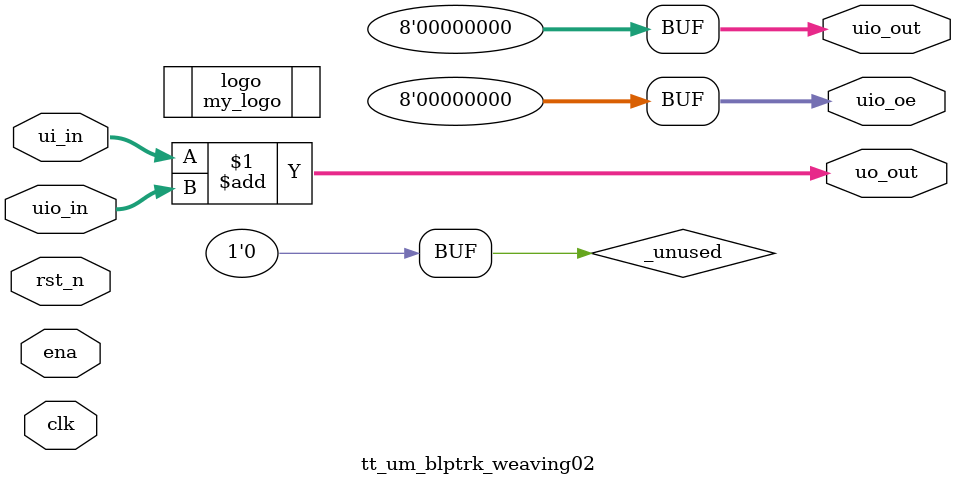
<source format=v>
/*
 * Copyright (c) 2024 Your Name
 * SPDX-License-Identifier: Apache-2.0
 */

`default_nettype none

(* blackbox *) (* keep *)
module my_logo ();
endmodule

module tt_um_blptrk_weaving02 (
    input  wire [7:0] ui_in,    // Dedicated inputs
    output wire [7:0] uo_out,   // Dedicated outputs
    input  wire [7:0] uio_in,   // IOs: Input path
    output wire [7:0] uio_out,  // IOs: Output path
    output wire [7:0] uio_oe,   // IOs: Enable path (active high: 0=input, 1=output)
    input  wire       ena,      // always 1 when the design is powered, so you can ignore it
    input  wire       clk,      // clock
    input  wire       rst_n     // reset_n - low to reset
);

  (* keep *)
  my_logo logo();

  // All output pins must be assigned. If not used, assign to 0.
  assign uo_out  = ui_in + uio_in;  // Example: ou_out is the sum of ui_in and uio_in
  assign uio_out = 0;
  assign uio_oe  = 0;

  // List all unused inputs to prevent warnings
  wire _unused = &{ena, clk, rst_n, 1'b0};

endmodule

</source>
